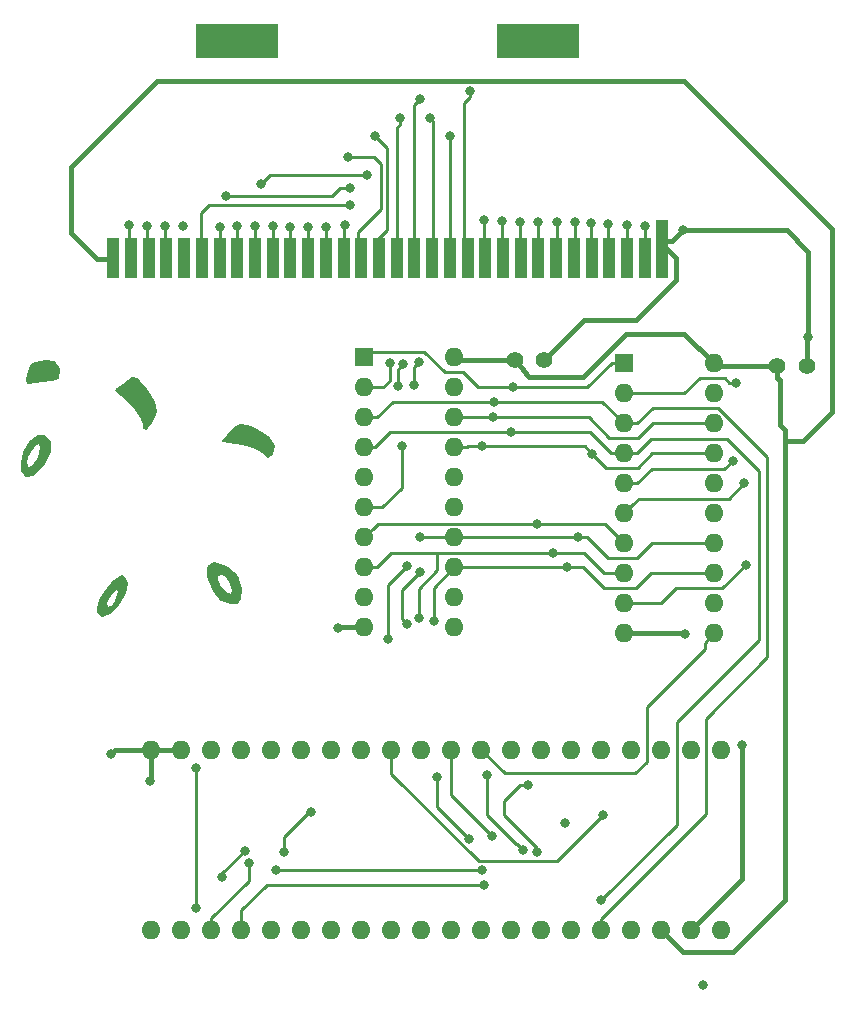
<source format=gbr>
G04 #@! TF.GenerationSoftware,KiCad,Pcbnew,(5.99.0-1468-g7e1294a4b)*
G04 #@! TF.CreationDate,2020-10-04T20:21:57+02:00*
G04 #@! TF.ProjectId,GB Dumper_SMD,47422044-756d-4706-9572-5f534d442e6b,rev?*
G04 #@! TF.SameCoordinates,Original*
G04 #@! TF.FileFunction,Copper,L1,Top*
G04 #@! TF.FilePolarity,Positive*
%FSLAX46Y46*%
G04 Gerber Fmt 4.6, Leading zero omitted, Abs format (unit mm)*
G04 Created by KiCad (PCBNEW (5.99.0-1468-g7e1294a4b)) date 2020-10-04 20:21:57*
%MOMM*%
%LPD*%
G01*
G04 APERTURE LIST*
G04 #@! TA.AperFunction,EtchedComponent*
%ADD10C,0.200000*%
G04 #@! TD*
G04 #@! TA.AperFunction,ComponentPad*
%ADD11O,1.600000X1.600000*%
G04 #@! TD*
G04 #@! TA.AperFunction,SMDPad,CuDef*
%ADD12R,1.000000X3.500000*%
G04 #@! TD*
G04 #@! TA.AperFunction,SMDPad,CuDef*
%ADD13R,1.000000X5.000000*%
G04 #@! TD*
G04 #@! TA.AperFunction,SMDPad,CuDef*
%ADD14R,7.000000X3.000000*%
G04 #@! TD*
G04 #@! TA.AperFunction,ComponentPad*
%ADD15R,1.600000X1.600000*%
G04 #@! TD*
G04 #@! TA.AperFunction,ComponentPad*
%ADD16C,1.400000*%
G04 #@! TD*
G04 #@! TA.AperFunction,ViaPad*
%ADD17C,0.800000*%
G04 #@! TD*
G04 #@! TA.AperFunction,Conductor*
%ADD18C,0.400000*%
G04 #@! TD*
G04 #@! TA.AperFunction,Conductor*
%ADD19C,0.250000*%
G04 #@! TD*
G04 APERTURE END LIST*
G36*
X116783137Y-66156592D02*
G01*
X117108016Y-66602790D01*
X117150152Y-66822769D01*
X117072773Y-67466799D01*
X116613896Y-67632583D01*
X115742063Y-67729397D01*
X115117297Y-67863832D01*
X114520309Y-67952762D01*
X114428892Y-67630142D01*
X114535683Y-67232891D01*
X114783235Y-66504049D01*
X115091202Y-66204109D01*
X115748005Y-66109491D01*
X116008538Y-66091145D01*
X116783137Y-66156592D01*
G37*
D10*
X116783137Y-66156592D02*
X117108016Y-66602790D01*
X117150152Y-66822769D01*
X117072773Y-67466799D01*
X116613896Y-67632583D01*
X115742063Y-67729397D01*
X115117297Y-67863832D01*
X114520309Y-67952762D01*
X114428892Y-67630142D01*
X114535683Y-67232891D01*
X114783235Y-66504049D01*
X115091202Y-66204109D01*
X115748005Y-66109491D01*
X116008538Y-66091145D01*
X116783137Y-66156592D01*
G36*
X123731716Y-67559641D02*
G01*
X124210590Y-68052835D01*
X124529230Y-68464511D01*
X125217308Y-69526182D01*
X125384460Y-70344225D01*
X125057980Y-71134782D01*
X124895242Y-71362975D01*
X124505056Y-71829905D01*
X124379880Y-71725253D01*
X124370000Y-71405217D01*
X124123275Y-70776789D01*
X123501745Y-69959073D01*
X123175196Y-69626181D01*
X121980392Y-68499336D01*
X122797806Y-67882760D01*
X123337779Y-67528818D01*
X123731716Y-67559641D01*
G37*
X123731716Y-67559641D02*
X124210590Y-68052835D01*
X124529230Y-68464511D01*
X125217308Y-69526182D01*
X125384460Y-70344225D01*
X125057980Y-71134782D01*
X124895242Y-71362975D01*
X124505056Y-71829905D01*
X124379880Y-71725253D01*
X124370000Y-71405217D01*
X124123275Y-70776789D01*
X123501745Y-69959073D01*
X123175196Y-69626181D01*
X121980392Y-68499336D01*
X122797806Y-67882760D01*
X123337779Y-67528818D01*
X123731716Y-67559641D01*
G36*
X133451058Y-71675666D02*
G01*
X133732990Y-71790544D01*
X134877447Y-72457022D01*
X135336169Y-73218269D01*
X135184006Y-73908598D01*
X134894936Y-74213122D01*
X134562413Y-73876669D01*
X134557379Y-73868974D01*
X134008244Y-73483318D01*
X133047917Y-73154992D01*
X132648356Y-73073120D01*
X131088685Y-72812356D01*
X131753990Y-72030368D01*
X132233214Y-71546605D01*
X132701470Y-71440179D01*
X133451058Y-71675666D01*
G37*
X133451058Y-71675666D02*
X133732990Y-71790544D01*
X134877447Y-72457022D01*
X135336169Y-73218269D01*
X135184006Y-73908598D01*
X134894936Y-74213122D01*
X134562413Y-73876669D01*
X134557379Y-73868974D01*
X134008244Y-73483318D01*
X133047917Y-73154992D01*
X132648356Y-73073120D01*
X131088685Y-72812356D01*
X131753990Y-72030368D01*
X132233214Y-71546605D01*
X132701470Y-71440179D01*
X133451058Y-71675666D01*
G36*
X114701372Y-72930552D02*
G01*
X115356158Y-72412053D01*
X115907236Y-72386390D01*
X116416495Y-72897635D01*
X116398209Y-73741909D01*
X115860704Y-74778141D01*
X115758119Y-74913256D01*
X114980867Y-75673117D01*
X114385440Y-75810765D01*
X114046047Y-75330032D01*
X113995352Y-74822260D01*
X114024944Y-74672130D01*
X114353099Y-74672130D01*
X114516780Y-75114404D01*
X114894704Y-75026824D01*
X115317195Y-74483307D01*
X115445202Y-74196393D01*
X115637335Y-73441841D01*
X115585971Y-73034279D01*
X115254752Y-73103605D01*
X114817591Y-73581360D01*
X114459186Y-74222174D01*
X114353099Y-74672130D01*
X114024944Y-74672130D01*
X114197161Y-73798433D01*
X114701372Y-72930552D01*
G37*
X114701372Y-72930552D02*
X115356158Y-72412053D01*
X115907236Y-72386390D01*
X116416495Y-72897635D01*
X116398209Y-73741909D01*
X115860704Y-74778141D01*
X115758119Y-74913256D01*
X114980867Y-75673117D01*
X114385440Y-75810765D01*
X114046047Y-75330032D01*
X113995352Y-74822260D01*
X114024944Y-74672130D01*
X114353099Y-74672130D01*
X114516780Y-75114404D01*
X114894704Y-75026824D01*
X115317195Y-74483307D01*
X115445202Y-74196393D01*
X115637335Y-73441841D01*
X115585971Y-73034279D01*
X115254752Y-73103605D01*
X114817591Y-73581360D01*
X114459186Y-74222174D01*
X114353099Y-74672130D01*
X114024944Y-74672130D01*
X114197161Y-73798433D01*
X114701372Y-72930552D01*
G36*
X121121239Y-85513814D02*
G01*
X121732393Y-84783226D01*
X122302691Y-84323099D01*
X122613877Y-84283063D01*
X122923853Y-84848965D01*
X122770771Y-85730914D01*
X122197556Y-86718890D01*
X121458963Y-87429973D01*
X120841728Y-87631224D01*
X120479252Y-87303378D01*
X120434789Y-86973456D01*
X120530074Y-86656637D01*
X121150282Y-86656637D01*
X121341097Y-86946030D01*
X121730111Y-86787755D01*
X122006373Y-86380129D01*
X122212123Y-85607662D01*
X122106896Y-85314527D01*
X121735441Y-85596388D01*
X121675524Y-85672835D01*
X121267606Y-86319750D01*
X121150282Y-86656637D01*
X120530074Y-86656637D01*
X120633836Y-86311634D01*
X121121239Y-85513814D01*
G37*
X121121239Y-85513814D02*
X121732393Y-84783226D01*
X122302691Y-84323099D01*
X122613877Y-84283063D01*
X122923853Y-84848965D01*
X122770771Y-85730914D01*
X122197556Y-86718890D01*
X121458963Y-87429973D01*
X120841728Y-87631224D01*
X120479252Y-87303378D01*
X120434789Y-86973456D01*
X120530074Y-86656637D01*
X121150282Y-86656637D01*
X121341097Y-86946030D01*
X121730111Y-86787755D01*
X122006373Y-86380129D01*
X122212123Y-85607662D01*
X122106896Y-85314527D01*
X121735441Y-85596388D01*
X121675524Y-85672835D01*
X121267606Y-86319750D01*
X121150282Y-86656637D01*
X120530074Y-86656637D01*
X120633836Y-86311634D01*
X121121239Y-85513814D01*
G36*
X130258736Y-83173048D02*
G01*
X131114054Y-83380463D01*
X131453457Y-83562104D01*
X132244679Y-84278512D01*
X132535427Y-85326846D01*
X132538637Y-85371496D01*
X132531150Y-86197788D01*
X132259634Y-86531986D01*
X131724196Y-86588262D01*
X130875384Y-86312411D01*
X130282004Y-85532788D01*
X129806023Y-84310928D01*
X129806725Y-84184240D01*
X130523753Y-84184240D01*
X130539674Y-84592091D01*
X130822024Y-85180794D01*
X131269353Y-85723360D01*
X131696499Y-85866315D01*
X131882676Y-85544281D01*
X131684730Y-84703714D01*
X131213042Y-84157489D01*
X130950035Y-84084036D01*
X130523753Y-84184240D01*
X129806725Y-84184240D01*
X129810496Y-83503776D01*
X130258736Y-83173048D01*
G37*
X130258736Y-83173048D02*
X131114054Y-83380463D01*
X131453457Y-83562104D01*
X132244679Y-84278512D01*
X132535427Y-85326846D01*
X132538637Y-85371496D01*
X132531150Y-86197788D01*
X132259634Y-86531986D01*
X131724196Y-86588262D01*
X130875384Y-86312411D01*
X130282004Y-85532788D01*
X129806023Y-84310928D01*
X129806725Y-84184240D01*
X130523753Y-84184240D01*
X130539674Y-84592091D01*
X130822024Y-85180794D01*
X131269353Y-85723360D01*
X131696499Y-85866315D01*
X131882676Y-85544281D01*
X131684730Y-84703714D01*
X131213042Y-84157489D01*
X130950035Y-84084036D01*
X130523753Y-84184240D01*
X129806725Y-84184240D01*
X129810496Y-83503776D01*
X130258736Y-83173048D01*
D11*
X173250000Y-99000000D03*
X170710000Y-99000000D03*
X168170000Y-99000000D03*
X165630000Y-99000000D03*
X163090000Y-99000000D03*
X160550000Y-99000000D03*
X158010000Y-99000000D03*
X155470000Y-99000000D03*
X152930000Y-99000000D03*
X150390000Y-99000000D03*
X147850000Y-99000000D03*
X145310000Y-99000000D03*
X142770000Y-99000000D03*
X140230000Y-99000000D03*
X137690000Y-99000000D03*
X135150000Y-99000000D03*
X132610000Y-99000000D03*
X130070000Y-99000000D03*
X127530000Y-99000000D03*
X124990000Y-99000000D03*
X124990000Y-114240000D03*
X127530000Y-114240000D03*
X130070000Y-114240000D03*
X132610000Y-114240000D03*
X135150000Y-114240000D03*
X137690000Y-114240000D03*
X140230000Y-114240000D03*
X142770000Y-114240000D03*
X145310000Y-114240000D03*
X147850000Y-114240000D03*
X150390000Y-114240000D03*
X152930000Y-114240000D03*
X155470000Y-114240000D03*
X158010000Y-114240000D03*
X160550000Y-114240000D03*
X163090000Y-114240000D03*
X165630000Y-114240000D03*
X168170000Y-114240000D03*
X170710000Y-114240000D03*
X173250000Y-114240000D03*
D12*
X121760000Y-57310000D03*
X123260000Y-57310000D03*
X124760000Y-57310000D03*
X126260000Y-57310000D03*
X127760000Y-57310000D03*
X129260000Y-57310000D03*
X130760000Y-57310000D03*
X132260000Y-57310000D03*
X133760000Y-57310000D03*
X135260000Y-57310000D03*
X136760000Y-57310000D03*
X138260000Y-57310000D03*
X139760000Y-57310000D03*
X141260000Y-57310000D03*
X142760000Y-57310000D03*
X144260000Y-57310000D03*
X145760000Y-57310000D03*
X147260000Y-57310000D03*
X148760000Y-57310000D03*
X150260000Y-57310000D03*
X151760000Y-57310000D03*
X153260000Y-57310000D03*
X154760000Y-57310000D03*
X156260000Y-57310000D03*
X157760000Y-57310000D03*
X159260000Y-57310000D03*
X160760000Y-57310000D03*
X162260000Y-57310000D03*
X163760000Y-57310000D03*
X165260000Y-57310000D03*
X166760000Y-57310000D03*
D13*
X168260000Y-56560000D03*
D14*
X132260000Y-39000000D03*
X157760000Y-39000000D03*
D15*
X165000000Y-66250000D03*
D11*
X172620000Y-89110000D03*
X165000000Y-68790000D03*
X172620000Y-86570000D03*
X165000000Y-71330000D03*
X172620000Y-84030000D03*
X165000000Y-73870000D03*
X172620000Y-81490000D03*
X165000000Y-76410000D03*
X172620000Y-78950000D03*
X165000000Y-78950000D03*
X172620000Y-76410000D03*
X165000000Y-81490000D03*
X172620000Y-73870000D03*
X165000000Y-84030000D03*
X172620000Y-71330000D03*
X165000000Y-86570000D03*
X172620000Y-68790000D03*
X165000000Y-89110000D03*
X172620000Y-66250000D03*
D15*
X143000000Y-65750000D03*
D11*
X150620000Y-88610000D03*
X143000000Y-68290000D03*
X150620000Y-86070000D03*
X143000000Y-70830000D03*
X150620000Y-83530000D03*
X143000000Y-73370000D03*
X150620000Y-80990000D03*
X143000000Y-75910000D03*
X150620000Y-78450000D03*
X143000000Y-78450000D03*
X150620000Y-75910000D03*
X143000000Y-80990000D03*
X150620000Y-73370000D03*
X143000000Y-83530000D03*
X150620000Y-70830000D03*
X143000000Y-86070000D03*
X150620000Y-68290000D03*
X143000000Y-88610000D03*
X150620000Y-65750000D03*
D16*
X155750000Y-66000000D03*
X158250000Y-66000000D03*
X180500000Y-66500000D03*
X178000000Y-66500000D03*
D17*
X175020000Y-98580000D03*
X121580000Y-99290000D03*
X155581218Y-68298782D03*
X149140000Y-101250000D03*
X148900000Y-88030000D03*
X147640000Y-87830000D03*
X146660000Y-88360000D03*
X145040000Y-89560000D03*
X138500000Y-104260000D03*
X134250000Y-51080000D03*
X143270000Y-50330000D03*
X147260000Y-68130000D03*
X147680000Y-66170000D03*
X146170000Y-73280000D03*
X141770000Y-51420000D03*
X131270000Y-52060000D03*
X141617340Y-48817340D03*
X143896088Y-46974990D03*
X146320000Y-66290000D03*
X145830000Y-68160000D03*
X141780000Y-52830000D03*
X145180000Y-66190000D03*
X157660000Y-107600000D03*
X153150000Y-110440000D03*
X156860000Y-101940000D03*
X153910000Y-70830000D03*
X156440000Y-107460000D03*
X133225000Y-108530000D03*
X135510000Y-109170000D03*
X152980000Y-109140000D03*
X153380000Y-101150000D03*
X152989990Y-73290000D03*
X146640000Y-83410000D03*
X130990000Y-109740000D03*
X128790000Y-100550000D03*
X128800000Y-112360000D03*
X136210000Y-107590000D03*
X132900000Y-107510000D03*
X147700000Y-83950000D03*
X147770000Y-80990000D03*
X151897653Y-106552347D03*
X124625000Y-54625000D03*
X126125000Y-54625000D03*
X130800000Y-54675000D03*
X132275000Y-54625000D03*
X133750000Y-54600000D03*
X135250000Y-54650000D03*
X136725000Y-54700000D03*
X138225000Y-54700000D03*
X139750000Y-54675000D03*
X174500000Y-67900000D03*
X141350000Y-54525000D03*
X174200000Y-74500000D03*
X175200000Y-76400000D03*
X146000000Y-45500000D03*
X175300000Y-83300000D03*
X147700000Y-43900000D03*
X148600000Y-45500000D03*
X150300000Y-46975000D03*
X152000000Y-43175000D03*
X153825000Y-106275000D03*
X154000000Y-69500000D03*
X153150000Y-54125000D03*
X155400000Y-72110000D03*
X163090000Y-111710000D03*
X154700000Y-54225000D03*
X157600000Y-79864999D03*
X156200000Y-54275000D03*
X159000000Y-82350000D03*
X157700000Y-54275000D03*
X160200000Y-83530000D03*
X159350000Y-54275000D03*
X161100000Y-80950000D03*
X160850000Y-54300000D03*
X162300000Y-73910000D03*
X162250000Y-54350000D03*
X163675000Y-54475000D03*
X160000000Y-105200000D03*
X165225000Y-54550000D03*
X163200000Y-104500000D03*
X166750000Y-54650000D03*
X180600000Y-64000000D03*
X170000000Y-55000000D03*
X171680000Y-118900000D03*
X124880000Y-101620000D03*
X170200000Y-89200000D03*
X127700000Y-54650000D03*
X123100000Y-54575000D03*
X140824055Y-88649654D03*
D18*
X170020000Y-116090000D02*
X174200000Y-116090000D01*
X168170000Y-114240000D02*
X170020000Y-116090000D01*
X174200000Y-116090000D02*
X178600000Y-111690000D01*
X178600000Y-111690000D02*
X178600000Y-72800000D01*
X170710000Y-114240000D02*
X175020000Y-109930000D01*
X175020000Y-109930000D02*
X175020000Y-98580000D01*
X170000000Y-55000000D02*
X178810000Y-55000000D01*
X178810000Y-55000000D02*
X180600000Y-56790000D01*
X180600000Y-56790000D02*
X180600000Y-64000000D01*
X124990000Y-99000000D02*
X121870000Y-99000000D01*
X121870000Y-99000000D02*
X121580000Y-99290000D01*
D19*
X149140000Y-101250000D02*
X149140000Y-103794694D01*
X149140000Y-103794694D02*
X151897653Y-106552347D01*
X148900000Y-85250000D02*
X148900000Y-88030000D01*
X150620000Y-83530000D02*
X148900000Y-85250000D01*
X149210000Y-83790000D02*
X147640000Y-85360000D01*
X149210000Y-82350000D02*
X149210000Y-83790000D01*
X147640000Y-85360000D02*
X147640000Y-87830000D01*
X146240000Y-85410000D02*
X146240000Y-87940000D01*
X147700000Y-83950000D02*
X146240000Y-85410000D01*
X146240000Y-87940000D02*
X146660000Y-88360000D01*
X146640000Y-83410000D02*
X145040000Y-85010000D01*
X145040000Y-85010000D02*
X145040000Y-89560000D01*
X138300000Y-104260000D02*
X136210000Y-106350000D01*
X138500000Y-104260000D02*
X138300000Y-104260000D01*
X136210000Y-106350000D02*
X136210000Y-107590000D01*
X143270000Y-50330000D02*
X135000000Y-50330000D01*
X135000000Y-50330000D02*
X134250000Y-51080000D01*
X143867340Y-48817340D02*
X144450000Y-49400000D01*
X144450000Y-53170000D02*
X142490000Y-55130000D01*
X141617340Y-48817340D02*
X143867340Y-48817340D01*
X144450000Y-49400000D02*
X144450000Y-53170000D01*
X142490000Y-55130000D02*
X142490000Y-57420000D01*
X144910000Y-55000000D02*
X144910000Y-47988902D01*
X143990000Y-55920000D02*
X144910000Y-55000000D01*
X144910000Y-47988902D02*
X143896088Y-46974990D01*
X147260000Y-66590000D02*
X147680000Y-66170000D01*
X144540000Y-78450000D02*
X146170000Y-76820000D01*
X146170000Y-76820000D02*
X146170000Y-73280000D01*
X147260000Y-68130000D02*
X147260000Y-66590000D01*
X143000000Y-78450000D02*
X144540000Y-78450000D01*
X130800000Y-54675000D02*
X130800000Y-57270000D01*
X140300000Y-52060000D02*
X131270000Y-52060000D01*
X141770000Y-51420000D02*
X140940000Y-51420000D01*
X140940000Y-51420000D02*
X140300000Y-52060000D01*
X145830000Y-66780000D02*
X146320000Y-66290000D01*
X145830000Y-68160000D02*
X145830000Y-66780000D01*
X129200000Y-53500000D02*
X129200000Y-54700000D01*
X141780000Y-52830000D02*
X129870000Y-52830000D01*
X129870000Y-52830000D02*
X129200000Y-53500000D01*
X145180000Y-67710000D02*
X145180000Y-66190000D01*
X144600000Y-68290000D02*
X145180000Y-67710000D01*
X144270000Y-68290000D02*
X144600000Y-68290000D01*
X151396207Y-67030000D02*
X149820000Y-67030000D01*
X152264990Y-67898783D02*
X151396207Y-67030000D01*
X149820000Y-67030000D02*
X148100000Y-65310000D01*
X148100000Y-65310000D02*
X143440000Y-65310000D01*
X143440000Y-65310000D02*
X143000000Y-65750000D01*
X143000000Y-68290000D02*
X144270000Y-68290000D01*
X134740000Y-110440000D02*
X132610000Y-112570000D01*
X153150000Y-110440000D02*
X134740000Y-110440000D01*
X132610000Y-112570000D02*
X132610000Y-114240000D01*
X154860000Y-103310000D02*
X154860000Y-104460000D01*
X156230000Y-101940000D02*
X154860000Y-103310000D01*
X156860000Y-101940000D02*
X156230000Y-101940000D01*
X157660000Y-107260000D02*
X157660000Y-107600000D01*
X154860000Y-104460000D02*
X157660000Y-107260000D01*
X150620000Y-70830000D02*
X153910000Y-70830000D01*
X153910000Y-70830000D02*
X162020000Y-70830000D01*
X152980000Y-109140000D02*
X135540000Y-109140000D01*
X133225000Y-108530000D02*
X133225000Y-110085000D01*
X155880000Y-106960000D02*
X155940000Y-106960000D01*
X135540000Y-109140000D02*
X135510000Y-109170000D01*
X133225000Y-110085000D02*
X130070000Y-113240000D01*
X155940000Y-106960000D02*
X156440000Y-107460000D01*
X130070000Y-113240000D02*
X130070000Y-114240000D01*
X145310000Y-100990000D02*
X152700000Y-108380000D01*
X145310000Y-99000000D02*
X145310000Y-100990000D01*
X152700000Y-108380000D02*
X159320000Y-108380000D01*
X159320000Y-108380000D02*
X163200000Y-104500000D01*
X153380000Y-101150000D02*
X153380000Y-104460000D01*
X153380000Y-104460000D02*
X155880000Y-106960000D01*
X151831370Y-73290000D02*
X152970000Y-73290000D01*
X152970000Y-73290000D02*
X161680000Y-73290000D01*
X152970000Y-73290000D02*
X152989990Y-73290000D01*
X130990000Y-109650000D02*
X130990000Y-109740000D01*
X128790000Y-112350000D02*
X128800000Y-112360000D01*
X128790000Y-100550000D02*
X128790000Y-112350000D01*
X136240000Y-107620000D02*
X136210000Y-107590000D01*
X136310000Y-107620000D02*
X136240000Y-107620000D01*
X132900000Y-107510000D02*
X130990000Y-109420000D01*
X130990000Y-109420000D02*
X130990000Y-109650000D01*
X147770000Y-80990000D02*
X150620000Y-80990000D01*
X145311370Y-82350000D02*
X149210000Y-82350000D01*
X149210000Y-82350000D02*
X159000000Y-82350000D01*
X150620000Y-83530000D02*
X150590000Y-83560000D01*
D18*
X172870000Y-66500000D02*
X172620000Y-66250000D01*
X178000000Y-66500000D02*
X172870000Y-66500000D01*
X150870000Y-66000000D02*
X150620000Y-65750000D01*
X155750000Y-66000000D02*
X150870000Y-66000000D01*
X178000000Y-67489949D02*
X178000000Y-66500000D01*
X178200000Y-67689949D02*
X178000000Y-67489949D01*
X178200000Y-71500000D02*
X178200000Y-67689949D01*
X178600000Y-71900000D02*
X178200000Y-71500000D01*
X178600000Y-72800000D02*
X178600000Y-71900000D01*
X170120000Y-63750000D02*
X172620000Y-66250000D01*
X155750000Y-66000000D02*
X156449999Y-66699999D01*
X156449999Y-66699999D02*
X156449999Y-66849999D01*
X156449999Y-66849999D02*
X157000000Y-67400000D01*
X157000000Y-67400000D02*
X161529998Y-67400000D01*
X161529998Y-67400000D02*
X165179998Y-63750000D01*
X165179998Y-63750000D02*
X170120000Y-63750000D01*
X180200000Y-72800000D02*
X178600000Y-72800000D01*
X182600000Y-70400000D02*
X180200000Y-72800000D01*
X182600000Y-54900000D02*
X182600000Y-70400000D01*
X120390000Y-57420000D02*
X118210000Y-55240000D01*
X121490000Y-57420000D02*
X120390000Y-57420000D01*
X118210000Y-55240000D02*
X118210000Y-49630000D01*
X118210000Y-49630000D02*
X125465000Y-42375000D01*
X125465000Y-42375000D02*
X170075000Y-42375000D01*
X170075000Y-42375000D02*
X182600000Y-54900000D01*
D19*
X124625000Y-57175000D02*
X124760000Y-57310000D01*
X124625000Y-54625000D02*
X124625000Y-57175000D01*
X126125000Y-57175000D02*
X126260000Y-57310000D01*
X126125000Y-54625000D02*
X126125000Y-57175000D01*
X129200000Y-57250000D02*
X129260000Y-57310000D01*
X129200000Y-54700000D02*
X129200000Y-57250000D01*
X130800000Y-57270000D02*
X130760000Y-57310000D01*
X132275000Y-57295000D02*
X132260000Y-57310000D01*
X132275000Y-54625000D02*
X132275000Y-57295000D01*
X133750000Y-57300000D02*
X133760000Y-57310000D01*
X133750000Y-54600000D02*
X133750000Y-57300000D01*
X135250000Y-57300000D02*
X135260000Y-57310000D01*
X135250000Y-54650000D02*
X135250000Y-57300000D01*
X136725000Y-57275000D02*
X136760000Y-57310000D01*
X136725000Y-54700000D02*
X136725000Y-57275000D01*
X138225000Y-57275000D02*
X138260000Y-57310000D01*
X138225000Y-54700000D02*
X138225000Y-57275000D01*
X139750000Y-57300000D02*
X139760000Y-57310000D01*
X139750000Y-54675000D02*
X139750000Y-57300000D01*
X173934315Y-67900000D02*
X173534315Y-67500000D01*
X174500000Y-67900000D02*
X173934315Y-67900000D01*
X173534315Y-67500000D02*
X171400000Y-67500000D01*
X170110000Y-68790000D02*
X165000000Y-68790000D01*
X171400000Y-67500000D02*
X170110000Y-68790000D01*
X141260000Y-54615000D02*
X141350000Y-54525000D01*
X141260000Y-57310000D02*
X141260000Y-54615000D01*
X174200000Y-74500000D02*
X173500000Y-75200000D01*
X166131370Y-76410000D02*
X165000000Y-76410000D01*
X167341370Y-75200000D02*
X166131370Y-76410000D01*
X173500000Y-75200000D02*
X167341370Y-75200000D01*
X165799999Y-78150001D02*
X165000000Y-78950000D01*
X166250000Y-77700000D02*
X165799999Y-78150001D01*
X173900000Y-77700000D02*
X166250000Y-77700000D01*
X175200000Y-76400000D02*
X173900000Y-77700000D01*
X168130000Y-86570000D02*
X165000000Y-86570000D01*
X169400000Y-85300000D02*
X168130000Y-86570000D01*
X175300000Y-83300000D02*
X173300000Y-85300000D01*
X173300000Y-85300000D02*
X169400000Y-85300000D01*
X145490000Y-56288630D02*
X145490000Y-57420000D01*
X145800000Y-55978630D02*
X145490000Y-56288630D01*
X145800000Y-46265685D02*
X145800000Y-55978630D01*
X146000000Y-45500000D02*
X146000000Y-46065685D01*
X146000000Y-46065685D02*
X145800000Y-46265685D01*
X147225000Y-44375000D02*
X147700000Y-43900000D01*
X146990000Y-55920000D02*
X147225000Y-55685000D01*
X147225000Y-55685000D02*
X147225000Y-44375000D01*
X148800000Y-57110000D02*
X148490000Y-57420000D01*
X148600000Y-45500000D02*
X148800000Y-45700000D01*
X148800000Y-45700000D02*
X148800000Y-57110000D01*
X150300000Y-55610000D02*
X149990000Y-55920000D01*
X150300000Y-46975000D02*
X150300000Y-55610000D01*
X151490000Y-56288630D02*
X151490000Y-57420000D01*
X151490000Y-44250685D02*
X151490000Y-56288630D01*
X152000000Y-43740685D02*
X151490000Y-44250685D01*
X152000000Y-43175000D02*
X152000000Y-43740685D01*
X150390000Y-102840000D02*
X150390000Y-99000000D01*
X153825000Y-106275000D02*
X150390000Y-102840000D01*
X163170000Y-69500000D02*
X165000000Y-71330000D01*
X143000000Y-70830000D02*
X144131370Y-70830000D01*
X144131370Y-70830000D02*
X145461370Y-69500000D01*
X154000000Y-69500000D02*
X163170000Y-69500000D01*
X145461370Y-69500000D02*
X154000000Y-69500000D01*
X163090000Y-113260000D02*
X163090000Y-114240000D01*
X171940000Y-104410000D02*
X163090000Y-113260000D01*
X171940000Y-96340000D02*
X171940000Y-104410000D01*
X166131370Y-71330000D02*
X167421370Y-70040000D01*
X165000000Y-71330000D02*
X166131370Y-71330000D01*
X167421370Y-70040000D02*
X172995002Y-70040000D01*
X172995002Y-70040000D02*
X177120000Y-74164998D01*
X177120000Y-74164998D02*
X177120000Y-91160000D01*
X177120000Y-91160000D02*
X171940000Y-96340000D01*
X153150000Y-57200000D02*
X153260000Y-57310000D01*
X153150000Y-54125000D02*
X153150000Y-57200000D01*
X143960000Y-73370000D02*
X143000000Y-73370000D01*
X145220000Y-72110000D02*
X143960000Y-73370000D01*
X165000000Y-73870000D02*
X163868630Y-73870000D01*
X163868630Y-73870000D02*
X162108630Y-72110000D01*
X155400000Y-72110000D02*
X145220000Y-72110000D01*
X162108630Y-72110000D02*
X155400000Y-72110000D01*
X169460000Y-105340000D02*
X163090000Y-111710000D01*
X169460000Y-96640000D02*
X169460000Y-105340000D01*
X166131370Y-73870000D02*
X167311370Y-72690000D01*
X165000000Y-73870000D02*
X166131370Y-73870000D01*
X167311370Y-72690000D02*
X173730000Y-72690000D01*
X173730000Y-72690000D02*
X176400000Y-75360000D01*
X176400000Y-75360000D02*
X176400000Y-89700000D01*
X176400000Y-89700000D02*
X169460000Y-96640000D01*
X154700000Y-57250000D02*
X154760000Y-57310000D01*
X154700000Y-54225000D02*
X154700000Y-57250000D01*
X143799999Y-80190001D02*
X143809999Y-80190001D01*
X143000000Y-80990000D02*
X143799999Y-80190001D01*
X164200001Y-80690001D02*
X165000000Y-81490000D01*
X163374999Y-79864999D02*
X164200001Y-80690001D01*
X143809999Y-80190001D02*
X144135001Y-79864999D01*
X157600000Y-79864999D02*
X163374999Y-79864999D01*
X144135001Y-79864999D02*
X157600000Y-79864999D01*
X156200000Y-57250000D02*
X156260000Y-57310000D01*
X156200000Y-54275000D02*
X156200000Y-57250000D01*
X144131370Y-83530000D02*
X145311370Y-82350000D01*
X143000000Y-83530000D02*
X144131370Y-83530000D01*
X163330000Y-84030000D02*
X165000000Y-84030000D01*
X161650000Y-82350000D02*
X163330000Y-84030000D01*
X159000000Y-82350000D02*
X161650000Y-82350000D01*
X157700000Y-57250000D02*
X157760000Y-57310000D01*
X157700000Y-54275000D02*
X157700000Y-57250000D01*
X161570000Y-83530000D02*
X163310000Y-85270000D01*
X163310000Y-85270000D02*
X166020000Y-85270000D01*
X167260000Y-84030000D02*
X172620000Y-84030000D01*
X166020000Y-85270000D02*
X167260000Y-84030000D01*
X160200000Y-83530000D02*
X161570000Y-83530000D01*
X150620000Y-83530000D02*
X160200000Y-83530000D01*
X159350000Y-57220000D02*
X159260000Y-57310000D01*
X159350000Y-54275000D02*
X159350000Y-57220000D01*
X167380000Y-81490000D02*
X172620000Y-81490000D01*
X161890000Y-80950000D02*
X163680000Y-82740000D01*
X151751370Y-80990000D02*
X151791370Y-80950000D01*
X150620000Y-80990000D02*
X151751370Y-80990000D01*
X163680000Y-82740000D02*
X166130000Y-82740000D01*
X166130000Y-82740000D02*
X167380000Y-81490000D01*
X151791370Y-80950000D02*
X161100000Y-80950000D01*
X161100000Y-80950000D02*
X161890000Y-80950000D01*
X160850000Y-57220000D02*
X160760000Y-57310000D01*
X160850000Y-54300000D02*
X160850000Y-57220000D01*
X167410000Y-73870000D02*
X172620000Y-73870000D01*
X151751370Y-73370000D02*
X151831370Y-73290000D01*
X150620000Y-73370000D02*
X151751370Y-73370000D01*
X163490000Y-75100000D02*
X166180000Y-75100000D01*
X166180000Y-75100000D02*
X167410000Y-73870000D01*
X161680000Y-73290000D02*
X162300000Y-73910000D01*
X162300000Y-73910000D02*
X163490000Y-75100000D01*
X162250000Y-57300000D02*
X162260000Y-57310000D01*
X162250000Y-54350000D02*
X162250000Y-57300000D01*
X167460000Y-71330000D02*
X172620000Y-71330000D01*
X166230000Y-72560000D02*
X167460000Y-71330000D01*
X163750000Y-72560000D02*
X166230000Y-72560000D01*
X162020000Y-70830000D02*
X163750000Y-72560000D01*
X163675000Y-57225000D02*
X163760000Y-57310000D01*
X163675000Y-54475000D02*
X163675000Y-57225000D01*
X165225000Y-57275000D02*
X165260000Y-57310000D01*
X165225000Y-54550000D02*
X165225000Y-57275000D01*
X166750000Y-57300000D02*
X166760000Y-57310000D01*
X166750000Y-54650000D02*
X166750000Y-57300000D01*
D18*
X167990000Y-55920000D02*
X169080000Y-55920000D01*
X169080000Y-55920000D02*
X170000000Y-55000000D01*
X127530000Y-99000000D02*
X124990000Y-99000000D01*
X124990000Y-99000000D02*
X124990000Y-101510000D01*
X124990000Y-101510000D02*
X124880000Y-101620000D01*
X180500000Y-64100000D02*
X180600000Y-64000000D01*
X180500000Y-66500000D02*
X180500000Y-64100000D01*
X169400000Y-57330000D02*
X167990000Y-55920000D01*
X169400000Y-59200000D02*
X169400000Y-57330000D01*
X166000000Y-62600000D02*
X169400000Y-59200000D01*
X158250000Y-66000000D02*
X161650000Y-62600000D01*
X161650000Y-62600000D02*
X166000000Y-62600000D01*
X165000000Y-89110000D02*
X170110000Y-89110000D01*
X170110000Y-89110000D02*
X170200000Y-89200000D01*
D19*
X152664989Y-68298782D02*
X152264990Y-67898783D01*
X163950000Y-66250000D02*
X161901218Y-68298782D01*
X161901218Y-68298782D02*
X152664989Y-68298782D01*
X165000000Y-66250000D02*
X163950000Y-66250000D01*
X171820001Y-89909999D02*
X171820001Y-90439999D01*
X172620000Y-89110000D02*
X171820001Y-89909999D01*
X171820001Y-90439999D02*
X166910000Y-95350000D01*
X166910000Y-95350000D02*
X166910000Y-100000000D01*
X166910000Y-100000000D02*
X165940000Y-100970000D01*
X154900000Y-100970000D02*
X152930000Y-99000000D01*
X165940000Y-100970000D02*
X154900000Y-100970000D01*
X123100000Y-57150000D02*
X123260000Y-57310000D01*
X123100000Y-54575000D02*
X123100000Y-57150000D01*
D18*
X140863709Y-88610000D02*
X140824055Y-88649654D01*
X143000000Y-88610000D02*
X140863709Y-88610000D01*
M02*

</source>
